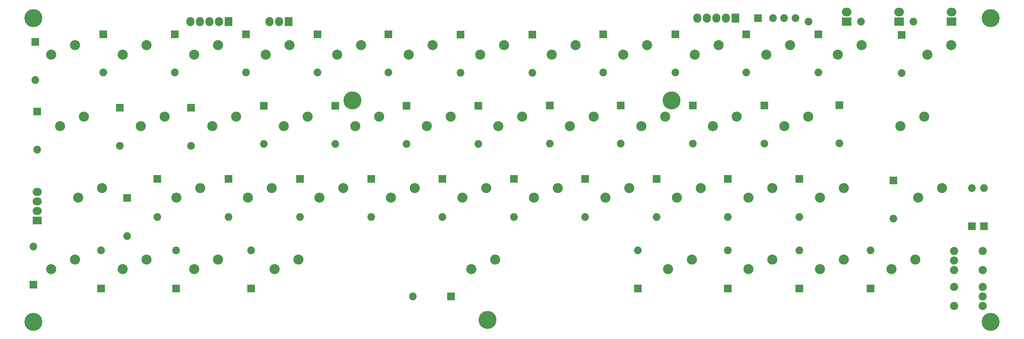
<source format=gts>
G04 #@! TF.FileFunction,Soldermask,Top*
%FSLAX46Y46*%
G04 Gerber Fmt 4.6, Leading zero omitted, Abs format (unit mm)*
G04 Created by KiCad (PCBNEW 4.0.4-stable) date Wednesday, 23 November 2016 'AMt' 09:19:53 AM*
%MOMM*%
%LPD*%
G01*
G04 APERTURE LIST*
%ADD10C,0.100000*%
%ADD11C,2.051000*%
%ADD12R,2.051000X2.051000*%
%ADD13O,2.559000X2.305000*%
%ADD14R,2.559000X2.305000*%
%ADD15C,2.686000*%
%ADD16C,2.178000*%
%ADD17C,4.800000*%
%ADD18R,2.127200X2.432000*%
%ADD19O,2.127200X2.432000*%
%ADD20R,2.432000X2.127200*%
%ADD21O,2.432000X2.127200*%
G04 APERTURE END LIST*
D10*
D11*
X20500000Y-68580000D03*
D12*
X20500000Y-58420000D03*
D11*
X21000000Y-87080000D03*
D12*
X21000000Y-76920000D03*
D11*
X45000000Y-110080000D03*
D12*
X45000000Y-99920000D03*
D11*
X20000000Y-112920000D03*
D12*
X20000000Y-123080000D03*
D11*
X38600000Y-66480000D03*
D12*
X38600000Y-56320000D03*
D11*
X43000000Y-86080000D03*
D12*
X43000000Y-75920000D03*
D11*
X53000000Y-105080000D03*
D12*
X53000000Y-94920000D03*
D11*
X38000000Y-113920000D03*
D12*
X38000000Y-124080000D03*
D11*
X57700000Y-66480000D03*
D12*
X57700000Y-56320000D03*
D11*
X62000000Y-86080000D03*
D12*
X62000000Y-75920000D03*
D11*
X72000000Y-105080000D03*
D12*
X72000000Y-94920000D03*
D11*
X58000000Y-113920000D03*
D12*
X58000000Y-124080000D03*
D11*
X76600000Y-66480000D03*
D12*
X76600000Y-56320000D03*
D11*
X81400000Y-85580000D03*
D12*
X81400000Y-75420000D03*
D11*
X91000000Y-105080000D03*
D12*
X91000000Y-94920000D03*
D11*
X78000000Y-113920000D03*
D12*
X78000000Y-124080000D03*
D11*
X95700000Y-66480000D03*
D12*
X95700000Y-56320000D03*
D11*
X100400000Y-85580000D03*
D12*
X100400000Y-75420000D03*
D11*
X110000000Y-105080000D03*
D12*
X110000000Y-94920000D03*
D11*
X114600000Y-66480000D03*
D12*
X114600000Y-56320000D03*
D11*
X119400000Y-85580000D03*
D12*
X119400000Y-75420000D03*
D11*
X129000000Y-105080000D03*
D12*
X129000000Y-94920000D03*
D11*
X121126250Y-126206250D03*
D12*
X131286250Y-126206250D03*
D11*
X133800000Y-66580000D03*
D12*
X133800000Y-56420000D03*
D11*
X138500000Y-85580000D03*
D12*
X138500000Y-75420000D03*
D11*
X148000000Y-105080000D03*
D12*
X148000000Y-94920000D03*
D11*
X152900000Y-66580000D03*
D12*
X152900000Y-56420000D03*
D11*
X157600000Y-85480000D03*
D12*
X157600000Y-75320000D03*
D11*
X167000000Y-105080000D03*
D12*
X167000000Y-94920000D03*
D11*
X171800000Y-66480000D03*
D12*
X171800000Y-56320000D03*
D11*
X176500000Y-85480000D03*
D12*
X176500000Y-75320000D03*
D11*
X186000000Y-105080000D03*
D12*
X186000000Y-94920000D03*
D11*
X181000000Y-113920000D03*
D12*
X181000000Y-124080000D03*
D11*
X191000000Y-66480000D03*
D12*
X191000000Y-56320000D03*
D11*
X195700000Y-85480000D03*
D12*
X195700000Y-75320000D03*
D11*
X205000000Y-105080000D03*
D12*
X205000000Y-94920000D03*
D11*
X205000000Y-113920000D03*
D12*
X205000000Y-124080000D03*
D11*
X209900000Y-66480000D03*
D12*
X209900000Y-56320000D03*
D11*
X214700000Y-85480000D03*
D12*
X214700000Y-75320000D03*
D11*
X224000000Y-105080000D03*
D12*
X224000000Y-94920000D03*
D11*
X224000000Y-113920000D03*
D12*
X224000000Y-124080000D03*
D11*
X229100000Y-66480000D03*
D12*
X229100000Y-56320000D03*
D11*
X234700000Y-85380000D03*
D12*
X234700000Y-75220000D03*
D11*
X249100000Y-105480000D03*
D12*
X249100000Y-95320000D03*
D11*
X243000000Y-113920000D03*
D12*
X243000000Y-124080000D03*
D11*
X251300000Y-66680000D03*
D12*
X251300000Y-56520000D03*
D11*
X273200000Y-97320000D03*
D12*
X273200000Y-107480000D03*
D11*
X270000000Y-97320000D03*
D12*
X270000000Y-107480000D03*
D13*
X236648750Y-50465000D03*
D14*
X236648750Y-53005000D03*
D13*
X250618750Y-50465000D03*
D14*
X250618750Y-53005000D03*
D13*
X264588750Y-50465000D03*
D14*
X264588750Y-53005000D03*
D11*
X226488750Y-53005000D03*
X236648750Y-53005000D03*
X240458750Y-53005000D03*
X250618750Y-53005000D03*
X254428750Y-53005000D03*
X264588750Y-53005000D03*
D15*
X31115000Y-59213750D03*
X24765000Y-61753750D03*
X50165000Y-59213750D03*
X43815000Y-61753750D03*
X69215000Y-59213750D03*
X62865000Y-61753750D03*
X88265000Y-59213750D03*
X81915000Y-61753750D03*
X107315000Y-59213750D03*
X100965000Y-61753750D03*
X126365000Y-59213750D03*
X120015000Y-61753750D03*
X145415000Y-59213750D03*
X139065000Y-61753750D03*
X164465000Y-59213750D03*
X158115000Y-61753750D03*
X183515000Y-59213750D03*
X177165000Y-61753750D03*
X202565000Y-59213750D03*
X196215000Y-61753750D03*
X221615000Y-59213750D03*
X215265000Y-61753750D03*
X240665000Y-59213750D03*
X234315000Y-61753750D03*
X264477500Y-59213750D03*
X258127500Y-61753750D03*
X33496250Y-78263750D03*
X27146250Y-80803750D03*
X54927500Y-78263750D03*
X48577500Y-80803750D03*
X73977500Y-78263750D03*
X67627500Y-80803750D03*
X93027500Y-78263750D03*
X86677500Y-80803750D03*
X112077500Y-78263750D03*
X105727500Y-80803750D03*
X131127500Y-78263750D03*
X124777500Y-80803750D03*
X150177500Y-78263750D03*
X143827500Y-80803750D03*
X169227500Y-78263750D03*
X162877500Y-80803750D03*
X188277500Y-78263750D03*
X181927500Y-80803750D03*
X207327500Y-78263750D03*
X200977500Y-80803750D03*
X226377500Y-78263750D03*
X220027500Y-80803750D03*
X257333750Y-78263750D03*
X250983750Y-80803750D03*
X38258750Y-97313750D03*
X31908750Y-99853750D03*
X64452500Y-97313750D03*
X58102500Y-99853750D03*
X83502500Y-97313750D03*
X77152500Y-99853750D03*
X102552500Y-97313750D03*
X96202500Y-99853750D03*
X121602500Y-97313750D03*
X115252500Y-99853750D03*
X140652500Y-97313750D03*
X134302500Y-99853750D03*
X159702500Y-97313750D03*
X153352500Y-99853750D03*
X178752500Y-97313750D03*
X172402500Y-99853750D03*
X197802500Y-97313750D03*
X191452500Y-99853750D03*
X216852500Y-97313750D03*
X210502500Y-99853750D03*
X235902500Y-97313750D03*
X229552500Y-99853750D03*
X262096250Y-97313750D03*
X255746250Y-99853750D03*
D16*
X272891250Y-114141250D03*
X272891250Y-119221250D03*
X265271250Y-119221250D03*
X265271250Y-116681250D03*
X265271250Y-114141250D03*
D15*
X31115000Y-116363750D03*
X24765000Y-118903750D03*
X50165000Y-116363750D03*
X43815000Y-118903750D03*
X69215000Y-116363750D03*
X62865000Y-118903750D03*
X90646250Y-116363750D03*
X84296250Y-118903750D03*
X143033750Y-116363750D03*
X136683750Y-118903750D03*
X195421250Y-116363750D03*
X189071250Y-118903750D03*
X216852500Y-116363750D03*
X210502500Y-118903750D03*
X235902500Y-116363750D03*
X229552500Y-118903750D03*
X254952500Y-116363750D03*
X248602500Y-118903750D03*
D16*
X265271250Y-128746250D03*
X265271250Y-123666250D03*
X272891250Y-123666250D03*
X272891250Y-126206250D03*
X272891250Y-128746250D03*
D17*
X20000000Y-52000000D03*
X20000000Y-133000000D03*
X275000000Y-133000000D03*
X105000000Y-74000000D03*
X141000000Y-132500000D03*
X275000000Y-52000000D03*
X190000000Y-74000000D03*
D18*
X72000000Y-53000000D03*
D19*
X69460000Y-53000000D03*
X66920000Y-53000000D03*
X64380000Y-53000000D03*
X61840000Y-53000000D03*
D18*
X88000000Y-53000000D03*
D19*
X85460000Y-53000000D03*
X82920000Y-53000000D03*
D18*
X207000000Y-52000000D03*
D19*
X204460000Y-52000000D03*
X201920000Y-52000000D03*
X199380000Y-52000000D03*
X196840000Y-52000000D03*
D12*
X213000000Y-52000000D03*
D11*
X223000000Y-52000000D03*
X220000000Y-52000000D03*
X217000000Y-52000000D03*
D20*
X21000000Y-106000000D03*
D21*
X21000000Y-103460000D03*
X21000000Y-100920000D03*
X21000000Y-98380000D03*
M02*

</source>
